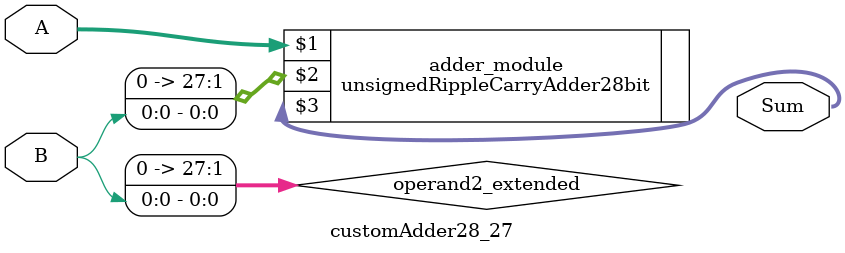
<source format=v>

module customAdder28_27(
                    input [27 : 0] A,
                    input [0 : 0] B,
                    
                    output [28 : 0] Sum
            );

    wire [27 : 0] operand2_extended;
    
    assign operand2_extended =  {27'b0, B};
    
    unsignedRippleCarryAdder28bit adder_module(
        A,
        operand2_extended,
        Sum
    );
    
endmodule
        
</source>
